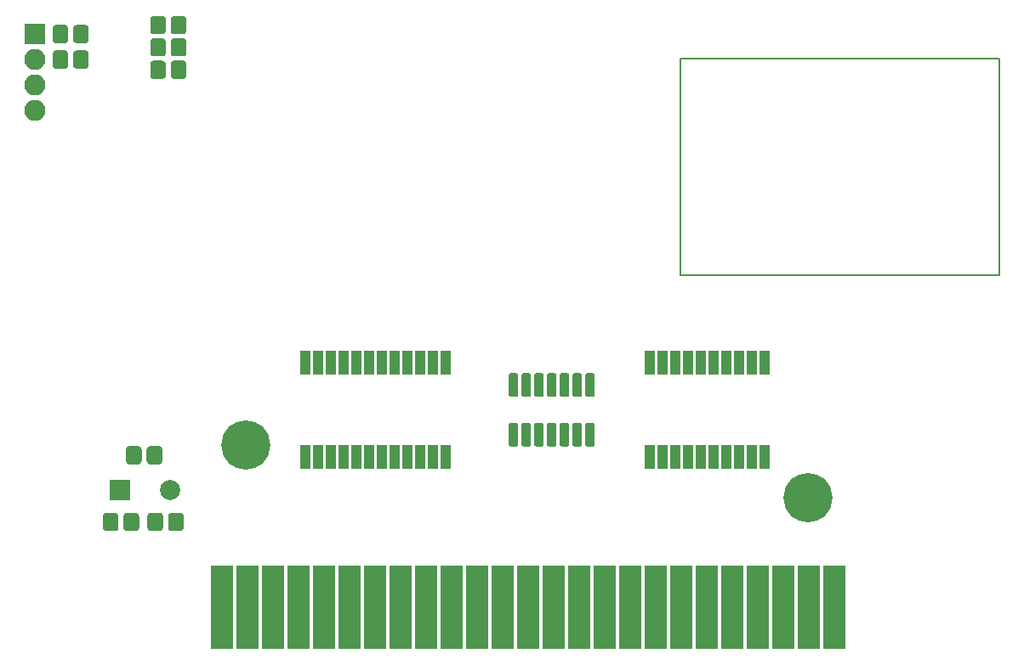
<source format=gbr>
G04 #@! TF.GenerationSoftware,KiCad,Pcbnew,5.1.5+dfsg1-2*
G04 #@! TF.CreationDate,2020-04-06T18:03:34-07:00*
G04 #@! TF.ProjectId,rpmpv1,72706d70-7631-42e6-9b69-6361645f7063,rev?*
G04 #@! TF.SameCoordinates,Original*
G04 #@! TF.FileFunction,Soldermask,Bot*
G04 #@! TF.FilePolarity,Negative*
%FSLAX46Y46*%
G04 Gerber Fmt 4.6, Leading zero omitted, Abs format (unit mm)*
G04 Created by KiCad (PCBNEW 5.1.5+dfsg1-2) date 2020-04-06 18:03:34*
%MOMM*%
%LPD*%
G04 APERTURE LIST*
%ADD10C,0.150000*%
%ADD11C,0.100000*%
%ADD12C,4.900000*%
%ADD13R,2.200000X8.400000*%
%ADD14R,1.000000X2.350000*%
%ADD15R,1.000000X2.400000*%
%ADD16R,2.100000X2.100000*%
%ADD17O,2.100000X2.100000*%
%ADD18R,2.000000X2.000000*%
%ADD19C,2.000000*%
G04 APERTURE END LIST*
D10*
X204343000Y-76708000D02*
X172593000Y-76708000D01*
X204343000Y-55118000D02*
X204343000Y-76708000D01*
X172593000Y-55118000D02*
X204343000Y-55118000D01*
X172593000Y-76708000D02*
X172593000Y-55118000D01*
D11*
G36*
X118397071Y-100447623D02*
G01*
X118429781Y-100452475D01*
X118461857Y-100460509D01*
X118492991Y-100471649D01*
X118522884Y-100485787D01*
X118551247Y-100502787D01*
X118577807Y-100522485D01*
X118602308Y-100544692D01*
X118624515Y-100569193D01*
X118644213Y-100595753D01*
X118661213Y-100624116D01*
X118675351Y-100654009D01*
X118686491Y-100685143D01*
X118694525Y-100717219D01*
X118699377Y-100749929D01*
X118701000Y-100782956D01*
X118701000Y-101909044D01*
X118699377Y-101942071D01*
X118694525Y-101974781D01*
X118686491Y-102006857D01*
X118675351Y-102037991D01*
X118661213Y-102067884D01*
X118644213Y-102096247D01*
X118624515Y-102122807D01*
X118602308Y-102147308D01*
X118577807Y-102169515D01*
X118551247Y-102189213D01*
X118522884Y-102206213D01*
X118492991Y-102220351D01*
X118461857Y-102231491D01*
X118429781Y-102239525D01*
X118397071Y-102244377D01*
X118364044Y-102246000D01*
X117487956Y-102246000D01*
X117454929Y-102244377D01*
X117422219Y-102239525D01*
X117390143Y-102231491D01*
X117359009Y-102220351D01*
X117329116Y-102206213D01*
X117300753Y-102189213D01*
X117274193Y-102169515D01*
X117249692Y-102147308D01*
X117227485Y-102122807D01*
X117207787Y-102096247D01*
X117190787Y-102067884D01*
X117176649Y-102037991D01*
X117165509Y-102006857D01*
X117157475Y-101974781D01*
X117152623Y-101942071D01*
X117151000Y-101909044D01*
X117151000Y-100782956D01*
X117152623Y-100749929D01*
X117157475Y-100717219D01*
X117165509Y-100685143D01*
X117176649Y-100654009D01*
X117190787Y-100624116D01*
X117207787Y-100595753D01*
X117227485Y-100569193D01*
X117249692Y-100544692D01*
X117274193Y-100522485D01*
X117300753Y-100502787D01*
X117329116Y-100485787D01*
X117359009Y-100471649D01*
X117390143Y-100460509D01*
X117422219Y-100452475D01*
X117454929Y-100447623D01*
X117487956Y-100446000D01*
X118364044Y-100446000D01*
X118397071Y-100447623D01*
G37*
G36*
X116347071Y-100447623D02*
G01*
X116379781Y-100452475D01*
X116411857Y-100460509D01*
X116442991Y-100471649D01*
X116472884Y-100485787D01*
X116501247Y-100502787D01*
X116527807Y-100522485D01*
X116552308Y-100544692D01*
X116574515Y-100569193D01*
X116594213Y-100595753D01*
X116611213Y-100624116D01*
X116625351Y-100654009D01*
X116636491Y-100685143D01*
X116644525Y-100717219D01*
X116649377Y-100749929D01*
X116651000Y-100782956D01*
X116651000Y-101909044D01*
X116649377Y-101942071D01*
X116644525Y-101974781D01*
X116636491Y-102006857D01*
X116625351Y-102037991D01*
X116611213Y-102067884D01*
X116594213Y-102096247D01*
X116574515Y-102122807D01*
X116552308Y-102147308D01*
X116527807Y-102169515D01*
X116501247Y-102189213D01*
X116472884Y-102206213D01*
X116442991Y-102220351D01*
X116411857Y-102231491D01*
X116379781Y-102239525D01*
X116347071Y-102244377D01*
X116314044Y-102246000D01*
X115437956Y-102246000D01*
X115404929Y-102244377D01*
X115372219Y-102239525D01*
X115340143Y-102231491D01*
X115309009Y-102220351D01*
X115279116Y-102206213D01*
X115250753Y-102189213D01*
X115224193Y-102169515D01*
X115199692Y-102147308D01*
X115177485Y-102122807D01*
X115157787Y-102096247D01*
X115140787Y-102067884D01*
X115126649Y-102037991D01*
X115115509Y-102006857D01*
X115107475Y-101974781D01*
X115102623Y-101942071D01*
X115101000Y-101909044D01*
X115101000Y-100782956D01*
X115102623Y-100749929D01*
X115107475Y-100717219D01*
X115115509Y-100685143D01*
X115126649Y-100654009D01*
X115140787Y-100624116D01*
X115157787Y-100595753D01*
X115177485Y-100569193D01*
X115199692Y-100544692D01*
X115224193Y-100522485D01*
X115250753Y-100502787D01*
X115279116Y-100485787D01*
X115309009Y-100471649D01*
X115340143Y-100460509D01*
X115372219Y-100452475D01*
X115404929Y-100447623D01*
X115437956Y-100446000D01*
X116314044Y-100446000D01*
X116347071Y-100447623D01*
G37*
G36*
X123098071Y-50917623D02*
G01*
X123130781Y-50922475D01*
X123162857Y-50930509D01*
X123193991Y-50941649D01*
X123223884Y-50955787D01*
X123252247Y-50972787D01*
X123278807Y-50992485D01*
X123303308Y-51014692D01*
X123325515Y-51039193D01*
X123345213Y-51065753D01*
X123362213Y-51094116D01*
X123376351Y-51124009D01*
X123387491Y-51155143D01*
X123395525Y-51187219D01*
X123400377Y-51219929D01*
X123402000Y-51252956D01*
X123402000Y-52379044D01*
X123400377Y-52412071D01*
X123395525Y-52444781D01*
X123387491Y-52476857D01*
X123376351Y-52507991D01*
X123362213Y-52537884D01*
X123345213Y-52566247D01*
X123325515Y-52592807D01*
X123303308Y-52617308D01*
X123278807Y-52639515D01*
X123252247Y-52659213D01*
X123223884Y-52676213D01*
X123193991Y-52690351D01*
X123162857Y-52701491D01*
X123130781Y-52709525D01*
X123098071Y-52714377D01*
X123065044Y-52716000D01*
X122188956Y-52716000D01*
X122155929Y-52714377D01*
X122123219Y-52709525D01*
X122091143Y-52701491D01*
X122060009Y-52690351D01*
X122030116Y-52676213D01*
X122001753Y-52659213D01*
X121975193Y-52639515D01*
X121950692Y-52617308D01*
X121928485Y-52592807D01*
X121908787Y-52566247D01*
X121891787Y-52537884D01*
X121877649Y-52507991D01*
X121866509Y-52476857D01*
X121858475Y-52444781D01*
X121853623Y-52412071D01*
X121852000Y-52379044D01*
X121852000Y-51252956D01*
X121853623Y-51219929D01*
X121858475Y-51187219D01*
X121866509Y-51155143D01*
X121877649Y-51124009D01*
X121891787Y-51094116D01*
X121908787Y-51065753D01*
X121928485Y-51039193D01*
X121950692Y-51014692D01*
X121975193Y-50992485D01*
X122001753Y-50972787D01*
X122030116Y-50955787D01*
X122060009Y-50941649D01*
X122091143Y-50930509D01*
X122123219Y-50922475D01*
X122155929Y-50917623D01*
X122188956Y-50916000D01*
X123065044Y-50916000D01*
X123098071Y-50917623D01*
G37*
G36*
X121048071Y-50917623D02*
G01*
X121080781Y-50922475D01*
X121112857Y-50930509D01*
X121143991Y-50941649D01*
X121173884Y-50955787D01*
X121202247Y-50972787D01*
X121228807Y-50992485D01*
X121253308Y-51014692D01*
X121275515Y-51039193D01*
X121295213Y-51065753D01*
X121312213Y-51094116D01*
X121326351Y-51124009D01*
X121337491Y-51155143D01*
X121345525Y-51187219D01*
X121350377Y-51219929D01*
X121352000Y-51252956D01*
X121352000Y-52379044D01*
X121350377Y-52412071D01*
X121345525Y-52444781D01*
X121337491Y-52476857D01*
X121326351Y-52507991D01*
X121312213Y-52537884D01*
X121295213Y-52566247D01*
X121275515Y-52592807D01*
X121253308Y-52617308D01*
X121228807Y-52639515D01*
X121202247Y-52659213D01*
X121173884Y-52676213D01*
X121143991Y-52690351D01*
X121112857Y-52701491D01*
X121080781Y-52709525D01*
X121048071Y-52714377D01*
X121015044Y-52716000D01*
X120138956Y-52716000D01*
X120105929Y-52714377D01*
X120073219Y-52709525D01*
X120041143Y-52701491D01*
X120010009Y-52690351D01*
X119980116Y-52676213D01*
X119951753Y-52659213D01*
X119925193Y-52639515D01*
X119900692Y-52617308D01*
X119878485Y-52592807D01*
X119858787Y-52566247D01*
X119841787Y-52537884D01*
X119827649Y-52507991D01*
X119816509Y-52476857D01*
X119808475Y-52444781D01*
X119803623Y-52412071D01*
X119802000Y-52379044D01*
X119802000Y-51252956D01*
X119803623Y-51219929D01*
X119808475Y-51187219D01*
X119816509Y-51155143D01*
X119827649Y-51124009D01*
X119841787Y-51094116D01*
X119858787Y-51065753D01*
X119878485Y-51039193D01*
X119900692Y-51014692D01*
X119925193Y-50992485D01*
X119951753Y-50972787D01*
X119980116Y-50955787D01*
X120010009Y-50941649D01*
X120041143Y-50930509D01*
X120073219Y-50922475D01*
X120105929Y-50917623D01*
X120138956Y-50916000D01*
X121015044Y-50916000D01*
X121048071Y-50917623D01*
G37*
G36*
X123098071Y-53140123D02*
G01*
X123130781Y-53144975D01*
X123162857Y-53153009D01*
X123193991Y-53164149D01*
X123223884Y-53178287D01*
X123252247Y-53195287D01*
X123278807Y-53214985D01*
X123303308Y-53237192D01*
X123325515Y-53261693D01*
X123345213Y-53288253D01*
X123362213Y-53316616D01*
X123376351Y-53346509D01*
X123387491Y-53377643D01*
X123395525Y-53409719D01*
X123400377Y-53442429D01*
X123402000Y-53475456D01*
X123402000Y-54601544D01*
X123400377Y-54634571D01*
X123395525Y-54667281D01*
X123387491Y-54699357D01*
X123376351Y-54730491D01*
X123362213Y-54760384D01*
X123345213Y-54788747D01*
X123325515Y-54815307D01*
X123303308Y-54839808D01*
X123278807Y-54862015D01*
X123252247Y-54881713D01*
X123223884Y-54898713D01*
X123193991Y-54912851D01*
X123162857Y-54923991D01*
X123130781Y-54932025D01*
X123098071Y-54936877D01*
X123065044Y-54938500D01*
X122188956Y-54938500D01*
X122155929Y-54936877D01*
X122123219Y-54932025D01*
X122091143Y-54923991D01*
X122060009Y-54912851D01*
X122030116Y-54898713D01*
X122001753Y-54881713D01*
X121975193Y-54862015D01*
X121950692Y-54839808D01*
X121928485Y-54815307D01*
X121908787Y-54788747D01*
X121891787Y-54760384D01*
X121877649Y-54730491D01*
X121866509Y-54699357D01*
X121858475Y-54667281D01*
X121853623Y-54634571D01*
X121852000Y-54601544D01*
X121852000Y-53475456D01*
X121853623Y-53442429D01*
X121858475Y-53409719D01*
X121866509Y-53377643D01*
X121877649Y-53346509D01*
X121891787Y-53316616D01*
X121908787Y-53288253D01*
X121928485Y-53261693D01*
X121950692Y-53237192D01*
X121975193Y-53214985D01*
X122001753Y-53195287D01*
X122030116Y-53178287D01*
X122060009Y-53164149D01*
X122091143Y-53153009D01*
X122123219Y-53144975D01*
X122155929Y-53140123D01*
X122188956Y-53138500D01*
X123065044Y-53138500D01*
X123098071Y-53140123D01*
G37*
G36*
X121048071Y-53140123D02*
G01*
X121080781Y-53144975D01*
X121112857Y-53153009D01*
X121143991Y-53164149D01*
X121173884Y-53178287D01*
X121202247Y-53195287D01*
X121228807Y-53214985D01*
X121253308Y-53237192D01*
X121275515Y-53261693D01*
X121295213Y-53288253D01*
X121312213Y-53316616D01*
X121326351Y-53346509D01*
X121337491Y-53377643D01*
X121345525Y-53409719D01*
X121350377Y-53442429D01*
X121352000Y-53475456D01*
X121352000Y-54601544D01*
X121350377Y-54634571D01*
X121345525Y-54667281D01*
X121337491Y-54699357D01*
X121326351Y-54730491D01*
X121312213Y-54760384D01*
X121295213Y-54788747D01*
X121275515Y-54815307D01*
X121253308Y-54839808D01*
X121228807Y-54862015D01*
X121202247Y-54881713D01*
X121173884Y-54898713D01*
X121143991Y-54912851D01*
X121112857Y-54923991D01*
X121080781Y-54932025D01*
X121048071Y-54936877D01*
X121015044Y-54938500D01*
X120138956Y-54938500D01*
X120105929Y-54936877D01*
X120073219Y-54932025D01*
X120041143Y-54923991D01*
X120010009Y-54912851D01*
X119980116Y-54898713D01*
X119951753Y-54881713D01*
X119925193Y-54862015D01*
X119900692Y-54839808D01*
X119878485Y-54815307D01*
X119858787Y-54788747D01*
X119841787Y-54760384D01*
X119827649Y-54730491D01*
X119816509Y-54699357D01*
X119808475Y-54667281D01*
X119803623Y-54634571D01*
X119802000Y-54601544D01*
X119802000Y-53475456D01*
X119803623Y-53442429D01*
X119808475Y-53409719D01*
X119816509Y-53377643D01*
X119827649Y-53346509D01*
X119841787Y-53316616D01*
X119858787Y-53288253D01*
X119878485Y-53261693D01*
X119900692Y-53237192D01*
X119925193Y-53214985D01*
X119951753Y-53195287D01*
X119980116Y-53178287D01*
X120010009Y-53164149D01*
X120041143Y-53153009D01*
X120073219Y-53144975D01*
X120105929Y-53140123D01*
X120138956Y-53138500D01*
X121015044Y-53138500D01*
X121048071Y-53140123D01*
G37*
G36*
X123098071Y-55362623D02*
G01*
X123130781Y-55367475D01*
X123162857Y-55375509D01*
X123193991Y-55386649D01*
X123223884Y-55400787D01*
X123252247Y-55417787D01*
X123278807Y-55437485D01*
X123303308Y-55459692D01*
X123325515Y-55484193D01*
X123345213Y-55510753D01*
X123362213Y-55539116D01*
X123376351Y-55569009D01*
X123387491Y-55600143D01*
X123395525Y-55632219D01*
X123400377Y-55664929D01*
X123402000Y-55697956D01*
X123402000Y-56824044D01*
X123400377Y-56857071D01*
X123395525Y-56889781D01*
X123387491Y-56921857D01*
X123376351Y-56952991D01*
X123362213Y-56982884D01*
X123345213Y-57011247D01*
X123325515Y-57037807D01*
X123303308Y-57062308D01*
X123278807Y-57084515D01*
X123252247Y-57104213D01*
X123223884Y-57121213D01*
X123193991Y-57135351D01*
X123162857Y-57146491D01*
X123130781Y-57154525D01*
X123098071Y-57159377D01*
X123065044Y-57161000D01*
X122188956Y-57161000D01*
X122155929Y-57159377D01*
X122123219Y-57154525D01*
X122091143Y-57146491D01*
X122060009Y-57135351D01*
X122030116Y-57121213D01*
X122001753Y-57104213D01*
X121975193Y-57084515D01*
X121950692Y-57062308D01*
X121928485Y-57037807D01*
X121908787Y-57011247D01*
X121891787Y-56982884D01*
X121877649Y-56952991D01*
X121866509Y-56921857D01*
X121858475Y-56889781D01*
X121853623Y-56857071D01*
X121852000Y-56824044D01*
X121852000Y-55697956D01*
X121853623Y-55664929D01*
X121858475Y-55632219D01*
X121866509Y-55600143D01*
X121877649Y-55569009D01*
X121891787Y-55539116D01*
X121908787Y-55510753D01*
X121928485Y-55484193D01*
X121950692Y-55459692D01*
X121975193Y-55437485D01*
X122001753Y-55417787D01*
X122030116Y-55400787D01*
X122060009Y-55386649D01*
X122091143Y-55375509D01*
X122123219Y-55367475D01*
X122155929Y-55362623D01*
X122188956Y-55361000D01*
X123065044Y-55361000D01*
X123098071Y-55362623D01*
G37*
G36*
X121048071Y-55362623D02*
G01*
X121080781Y-55367475D01*
X121112857Y-55375509D01*
X121143991Y-55386649D01*
X121173884Y-55400787D01*
X121202247Y-55417787D01*
X121228807Y-55437485D01*
X121253308Y-55459692D01*
X121275515Y-55484193D01*
X121295213Y-55510753D01*
X121312213Y-55539116D01*
X121326351Y-55569009D01*
X121337491Y-55600143D01*
X121345525Y-55632219D01*
X121350377Y-55664929D01*
X121352000Y-55697956D01*
X121352000Y-56824044D01*
X121350377Y-56857071D01*
X121345525Y-56889781D01*
X121337491Y-56921857D01*
X121326351Y-56952991D01*
X121312213Y-56982884D01*
X121295213Y-57011247D01*
X121275515Y-57037807D01*
X121253308Y-57062308D01*
X121228807Y-57084515D01*
X121202247Y-57104213D01*
X121173884Y-57121213D01*
X121143991Y-57135351D01*
X121112857Y-57146491D01*
X121080781Y-57154525D01*
X121048071Y-57159377D01*
X121015044Y-57161000D01*
X120138956Y-57161000D01*
X120105929Y-57159377D01*
X120073219Y-57154525D01*
X120041143Y-57146491D01*
X120010009Y-57135351D01*
X119980116Y-57121213D01*
X119951753Y-57104213D01*
X119925193Y-57084515D01*
X119900692Y-57062308D01*
X119878485Y-57037807D01*
X119858787Y-57011247D01*
X119841787Y-56982884D01*
X119827649Y-56952991D01*
X119816509Y-56921857D01*
X119808475Y-56889781D01*
X119803623Y-56857071D01*
X119802000Y-56824044D01*
X119802000Y-55697956D01*
X119803623Y-55664929D01*
X119808475Y-55632219D01*
X119816509Y-55600143D01*
X119827649Y-55569009D01*
X119841787Y-55539116D01*
X119858787Y-55510753D01*
X119878485Y-55484193D01*
X119900692Y-55459692D01*
X119925193Y-55437485D01*
X119951753Y-55417787D01*
X119980116Y-55400787D01*
X120010009Y-55386649D01*
X120041143Y-55375509D01*
X120073219Y-55367475D01*
X120105929Y-55362623D01*
X120138956Y-55361000D01*
X121015044Y-55361000D01*
X121048071Y-55362623D01*
G37*
G36*
X122824071Y-100447623D02*
G01*
X122856781Y-100452475D01*
X122888857Y-100460509D01*
X122919991Y-100471649D01*
X122949884Y-100485787D01*
X122978247Y-100502787D01*
X123004807Y-100522485D01*
X123029308Y-100544692D01*
X123051515Y-100569193D01*
X123071213Y-100595753D01*
X123088213Y-100624116D01*
X123102351Y-100654009D01*
X123113491Y-100685143D01*
X123121525Y-100717219D01*
X123126377Y-100749929D01*
X123128000Y-100782956D01*
X123128000Y-101909044D01*
X123126377Y-101942071D01*
X123121525Y-101974781D01*
X123113491Y-102006857D01*
X123102351Y-102037991D01*
X123088213Y-102067884D01*
X123071213Y-102096247D01*
X123051515Y-102122807D01*
X123029308Y-102147308D01*
X123004807Y-102169515D01*
X122978247Y-102189213D01*
X122949884Y-102206213D01*
X122919991Y-102220351D01*
X122888857Y-102231491D01*
X122856781Y-102239525D01*
X122824071Y-102244377D01*
X122791044Y-102246000D01*
X121914956Y-102246000D01*
X121881929Y-102244377D01*
X121849219Y-102239525D01*
X121817143Y-102231491D01*
X121786009Y-102220351D01*
X121756116Y-102206213D01*
X121727753Y-102189213D01*
X121701193Y-102169515D01*
X121676692Y-102147308D01*
X121654485Y-102122807D01*
X121634787Y-102096247D01*
X121617787Y-102067884D01*
X121603649Y-102037991D01*
X121592509Y-102006857D01*
X121584475Y-101974781D01*
X121579623Y-101942071D01*
X121578000Y-101909044D01*
X121578000Y-100782956D01*
X121579623Y-100749929D01*
X121584475Y-100717219D01*
X121592509Y-100685143D01*
X121603649Y-100654009D01*
X121617787Y-100624116D01*
X121634787Y-100595753D01*
X121654485Y-100569193D01*
X121676692Y-100544692D01*
X121701193Y-100522485D01*
X121727753Y-100502787D01*
X121756116Y-100485787D01*
X121786009Y-100471649D01*
X121817143Y-100460509D01*
X121849219Y-100452475D01*
X121881929Y-100447623D01*
X121914956Y-100446000D01*
X122791044Y-100446000D01*
X122824071Y-100447623D01*
G37*
G36*
X120774071Y-100447623D02*
G01*
X120806781Y-100452475D01*
X120838857Y-100460509D01*
X120869991Y-100471649D01*
X120899884Y-100485787D01*
X120928247Y-100502787D01*
X120954807Y-100522485D01*
X120979308Y-100544692D01*
X121001515Y-100569193D01*
X121021213Y-100595753D01*
X121038213Y-100624116D01*
X121052351Y-100654009D01*
X121063491Y-100685143D01*
X121071525Y-100717219D01*
X121076377Y-100749929D01*
X121078000Y-100782956D01*
X121078000Y-101909044D01*
X121076377Y-101942071D01*
X121071525Y-101974781D01*
X121063491Y-102006857D01*
X121052351Y-102037991D01*
X121038213Y-102067884D01*
X121021213Y-102096247D01*
X121001515Y-102122807D01*
X120979308Y-102147308D01*
X120954807Y-102169515D01*
X120928247Y-102189213D01*
X120899884Y-102206213D01*
X120869991Y-102220351D01*
X120838857Y-102231491D01*
X120806781Y-102239525D01*
X120774071Y-102244377D01*
X120741044Y-102246000D01*
X119864956Y-102246000D01*
X119831929Y-102244377D01*
X119799219Y-102239525D01*
X119767143Y-102231491D01*
X119736009Y-102220351D01*
X119706116Y-102206213D01*
X119677753Y-102189213D01*
X119651193Y-102169515D01*
X119626692Y-102147308D01*
X119604485Y-102122807D01*
X119584787Y-102096247D01*
X119567787Y-102067884D01*
X119553649Y-102037991D01*
X119542509Y-102006857D01*
X119534475Y-101974781D01*
X119529623Y-101942071D01*
X119528000Y-101909044D01*
X119528000Y-100782956D01*
X119529623Y-100749929D01*
X119534475Y-100717219D01*
X119542509Y-100685143D01*
X119553649Y-100654009D01*
X119567787Y-100624116D01*
X119584787Y-100595753D01*
X119604485Y-100569193D01*
X119626692Y-100544692D01*
X119651193Y-100522485D01*
X119677753Y-100502787D01*
X119706116Y-100485787D01*
X119736009Y-100471649D01*
X119767143Y-100460509D01*
X119799219Y-100452475D01*
X119831929Y-100447623D01*
X119864956Y-100446000D01*
X120741044Y-100446000D01*
X120774071Y-100447623D01*
G37*
G36*
X120698071Y-93792823D02*
G01*
X120730781Y-93797675D01*
X120762857Y-93805709D01*
X120793991Y-93816849D01*
X120823884Y-93830987D01*
X120852247Y-93847987D01*
X120878807Y-93867685D01*
X120903308Y-93889892D01*
X120925515Y-93914393D01*
X120945213Y-93940953D01*
X120962213Y-93969316D01*
X120976351Y-93999209D01*
X120987491Y-94030343D01*
X120995525Y-94062419D01*
X121000377Y-94095129D01*
X121002000Y-94128156D01*
X121002000Y-95254244D01*
X121000377Y-95287271D01*
X120995525Y-95319981D01*
X120987491Y-95352057D01*
X120976351Y-95383191D01*
X120962213Y-95413084D01*
X120945213Y-95441447D01*
X120925515Y-95468007D01*
X120903308Y-95492508D01*
X120878807Y-95514715D01*
X120852247Y-95534413D01*
X120823884Y-95551413D01*
X120793991Y-95565551D01*
X120762857Y-95576691D01*
X120730781Y-95584725D01*
X120698071Y-95589577D01*
X120665044Y-95591200D01*
X119788956Y-95591200D01*
X119755929Y-95589577D01*
X119723219Y-95584725D01*
X119691143Y-95576691D01*
X119660009Y-95565551D01*
X119630116Y-95551413D01*
X119601753Y-95534413D01*
X119575193Y-95514715D01*
X119550692Y-95492508D01*
X119528485Y-95468007D01*
X119508787Y-95441447D01*
X119491787Y-95413084D01*
X119477649Y-95383191D01*
X119466509Y-95352057D01*
X119458475Y-95319981D01*
X119453623Y-95287271D01*
X119452000Y-95254244D01*
X119452000Y-94128156D01*
X119453623Y-94095129D01*
X119458475Y-94062419D01*
X119466509Y-94030343D01*
X119477649Y-93999209D01*
X119491787Y-93969316D01*
X119508787Y-93940953D01*
X119528485Y-93914393D01*
X119550692Y-93889892D01*
X119575193Y-93867685D01*
X119601753Y-93847987D01*
X119630116Y-93830987D01*
X119660009Y-93816849D01*
X119691143Y-93805709D01*
X119723219Y-93797675D01*
X119755929Y-93792823D01*
X119788956Y-93791200D01*
X120665044Y-93791200D01*
X120698071Y-93792823D01*
G37*
G36*
X118648071Y-93792823D02*
G01*
X118680781Y-93797675D01*
X118712857Y-93805709D01*
X118743991Y-93816849D01*
X118773884Y-93830987D01*
X118802247Y-93847987D01*
X118828807Y-93867685D01*
X118853308Y-93889892D01*
X118875515Y-93914393D01*
X118895213Y-93940953D01*
X118912213Y-93969316D01*
X118926351Y-93999209D01*
X118937491Y-94030343D01*
X118945525Y-94062419D01*
X118950377Y-94095129D01*
X118952000Y-94128156D01*
X118952000Y-95254244D01*
X118950377Y-95287271D01*
X118945525Y-95319981D01*
X118937491Y-95352057D01*
X118926351Y-95383191D01*
X118912213Y-95413084D01*
X118895213Y-95441447D01*
X118875515Y-95468007D01*
X118853308Y-95492508D01*
X118828807Y-95514715D01*
X118802247Y-95534413D01*
X118773884Y-95551413D01*
X118743991Y-95565551D01*
X118712857Y-95576691D01*
X118680781Y-95584725D01*
X118648071Y-95589577D01*
X118615044Y-95591200D01*
X117738956Y-95591200D01*
X117705929Y-95589577D01*
X117673219Y-95584725D01*
X117641143Y-95576691D01*
X117610009Y-95565551D01*
X117580116Y-95551413D01*
X117551753Y-95534413D01*
X117525193Y-95514715D01*
X117500692Y-95492508D01*
X117478485Y-95468007D01*
X117458787Y-95441447D01*
X117441787Y-95413084D01*
X117427649Y-95383191D01*
X117416509Y-95352057D01*
X117408475Y-95319981D01*
X117403623Y-95287271D01*
X117402000Y-95254244D01*
X117402000Y-94128156D01*
X117403623Y-94095129D01*
X117408475Y-94062419D01*
X117416509Y-94030343D01*
X117427649Y-93999209D01*
X117441787Y-93969316D01*
X117458787Y-93940953D01*
X117478485Y-93914393D01*
X117500692Y-93889892D01*
X117525193Y-93867685D01*
X117551753Y-93847987D01*
X117580116Y-93830987D01*
X117610009Y-93816849D01*
X117641143Y-93805709D01*
X117673219Y-93797675D01*
X117705929Y-93792823D01*
X117738956Y-93791200D01*
X118615044Y-93791200D01*
X118648071Y-93792823D01*
G37*
D12*
X185323640Y-98897440D03*
D13*
X187939840Y-109827440D03*
X185399840Y-109827440D03*
X182859840Y-109827440D03*
X180319840Y-109827440D03*
X177779840Y-109827440D03*
X175239840Y-109827440D03*
X172699840Y-109827440D03*
X170159840Y-109827440D03*
X167619840Y-109827440D03*
X165079840Y-109827440D03*
X162539840Y-109827440D03*
X159999840Y-109827440D03*
X157459840Y-109827440D03*
X154919840Y-109827440D03*
X152379840Y-109827440D03*
X149839840Y-109827440D03*
X147299840Y-109827440D03*
X144759840Y-109827440D03*
X142219840Y-109827440D03*
X139679840Y-109827440D03*
X137139840Y-109827440D03*
X134599840Y-109827440D03*
X132059840Y-109827440D03*
X129519840Y-109827440D03*
X126979840Y-109827440D03*
D12*
X129324260Y-93695520D03*
D14*
X180975000Y-94870000D03*
X179705000Y-94870000D03*
X178435000Y-94870000D03*
X177165000Y-94870000D03*
X175895000Y-94870000D03*
X174625000Y-94870000D03*
X173355000Y-94870000D03*
X172085000Y-94870000D03*
X170815000Y-94870000D03*
X169545000Y-94870000D03*
X169545000Y-85470000D03*
X170815000Y-85470000D03*
X172085000Y-85470000D03*
X173355000Y-85470000D03*
X174625000Y-85470000D03*
X175895000Y-85470000D03*
X177165000Y-85470000D03*
X178435000Y-85470000D03*
X179705000Y-85470000D03*
X180975000Y-85470000D03*
D15*
X149225000Y-94870000D03*
X147955000Y-94870000D03*
X146685000Y-94870000D03*
X145415000Y-94870000D03*
X144145000Y-94870000D03*
X142875000Y-94870000D03*
X141605000Y-94870000D03*
X140335000Y-94870000D03*
X139065000Y-94870000D03*
X137795000Y-94870000D03*
X136525000Y-94870000D03*
X135255000Y-94870000D03*
X135255000Y-85470000D03*
X136525000Y-85470000D03*
X137795000Y-85470000D03*
X139065000Y-85470000D03*
X140335000Y-85470000D03*
X141605000Y-85470000D03*
X142875000Y-85470000D03*
X144145000Y-85470000D03*
X145415000Y-85470000D03*
X146685000Y-85470000D03*
X147955000Y-85470000D03*
X149225000Y-85470000D03*
D16*
X108331000Y-52705000D03*
D17*
X108331000Y-55245000D03*
X108331000Y-57785000D03*
X108331000Y-60325000D03*
D11*
G36*
X163850504Y-91471204D02*
G01*
X163874773Y-91474804D01*
X163898571Y-91480765D01*
X163921671Y-91489030D01*
X163943849Y-91499520D01*
X163964893Y-91512133D01*
X163984598Y-91526747D01*
X164002777Y-91543223D01*
X164019253Y-91561402D01*
X164033867Y-91581107D01*
X164046480Y-91602151D01*
X164056970Y-91624329D01*
X164065235Y-91647429D01*
X164071196Y-91671227D01*
X164074796Y-91695496D01*
X164076000Y-91720000D01*
X164076000Y-93570000D01*
X164074796Y-93594504D01*
X164071196Y-93618773D01*
X164065235Y-93642571D01*
X164056970Y-93665671D01*
X164046480Y-93687849D01*
X164033867Y-93708893D01*
X164019253Y-93728598D01*
X164002777Y-93746777D01*
X163984598Y-93763253D01*
X163964893Y-93777867D01*
X163943849Y-93790480D01*
X163921671Y-93800970D01*
X163898571Y-93809235D01*
X163874773Y-93815196D01*
X163850504Y-93818796D01*
X163826000Y-93820000D01*
X163326000Y-93820000D01*
X163301496Y-93818796D01*
X163277227Y-93815196D01*
X163253429Y-93809235D01*
X163230329Y-93800970D01*
X163208151Y-93790480D01*
X163187107Y-93777867D01*
X163167402Y-93763253D01*
X163149223Y-93746777D01*
X163132747Y-93728598D01*
X163118133Y-93708893D01*
X163105520Y-93687849D01*
X163095030Y-93665671D01*
X163086765Y-93642571D01*
X163080804Y-93618773D01*
X163077204Y-93594504D01*
X163076000Y-93570000D01*
X163076000Y-91720000D01*
X163077204Y-91695496D01*
X163080804Y-91671227D01*
X163086765Y-91647429D01*
X163095030Y-91624329D01*
X163105520Y-91602151D01*
X163118133Y-91581107D01*
X163132747Y-91561402D01*
X163149223Y-91543223D01*
X163167402Y-91526747D01*
X163187107Y-91512133D01*
X163208151Y-91499520D01*
X163230329Y-91489030D01*
X163253429Y-91480765D01*
X163277227Y-91474804D01*
X163301496Y-91471204D01*
X163326000Y-91470000D01*
X163826000Y-91470000D01*
X163850504Y-91471204D01*
G37*
G36*
X162580504Y-91471204D02*
G01*
X162604773Y-91474804D01*
X162628571Y-91480765D01*
X162651671Y-91489030D01*
X162673849Y-91499520D01*
X162694893Y-91512133D01*
X162714598Y-91526747D01*
X162732777Y-91543223D01*
X162749253Y-91561402D01*
X162763867Y-91581107D01*
X162776480Y-91602151D01*
X162786970Y-91624329D01*
X162795235Y-91647429D01*
X162801196Y-91671227D01*
X162804796Y-91695496D01*
X162806000Y-91720000D01*
X162806000Y-93570000D01*
X162804796Y-93594504D01*
X162801196Y-93618773D01*
X162795235Y-93642571D01*
X162786970Y-93665671D01*
X162776480Y-93687849D01*
X162763867Y-93708893D01*
X162749253Y-93728598D01*
X162732777Y-93746777D01*
X162714598Y-93763253D01*
X162694893Y-93777867D01*
X162673849Y-93790480D01*
X162651671Y-93800970D01*
X162628571Y-93809235D01*
X162604773Y-93815196D01*
X162580504Y-93818796D01*
X162556000Y-93820000D01*
X162056000Y-93820000D01*
X162031496Y-93818796D01*
X162007227Y-93815196D01*
X161983429Y-93809235D01*
X161960329Y-93800970D01*
X161938151Y-93790480D01*
X161917107Y-93777867D01*
X161897402Y-93763253D01*
X161879223Y-93746777D01*
X161862747Y-93728598D01*
X161848133Y-93708893D01*
X161835520Y-93687849D01*
X161825030Y-93665671D01*
X161816765Y-93642571D01*
X161810804Y-93618773D01*
X161807204Y-93594504D01*
X161806000Y-93570000D01*
X161806000Y-91720000D01*
X161807204Y-91695496D01*
X161810804Y-91671227D01*
X161816765Y-91647429D01*
X161825030Y-91624329D01*
X161835520Y-91602151D01*
X161848133Y-91581107D01*
X161862747Y-91561402D01*
X161879223Y-91543223D01*
X161897402Y-91526747D01*
X161917107Y-91512133D01*
X161938151Y-91499520D01*
X161960329Y-91489030D01*
X161983429Y-91480765D01*
X162007227Y-91474804D01*
X162031496Y-91471204D01*
X162056000Y-91470000D01*
X162556000Y-91470000D01*
X162580504Y-91471204D01*
G37*
G36*
X161310504Y-91471204D02*
G01*
X161334773Y-91474804D01*
X161358571Y-91480765D01*
X161381671Y-91489030D01*
X161403849Y-91499520D01*
X161424893Y-91512133D01*
X161444598Y-91526747D01*
X161462777Y-91543223D01*
X161479253Y-91561402D01*
X161493867Y-91581107D01*
X161506480Y-91602151D01*
X161516970Y-91624329D01*
X161525235Y-91647429D01*
X161531196Y-91671227D01*
X161534796Y-91695496D01*
X161536000Y-91720000D01*
X161536000Y-93570000D01*
X161534796Y-93594504D01*
X161531196Y-93618773D01*
X161525235Y-93642571D01*
X161516970Y-93665671D01*
X161506480Y-93687849D01*
X161493867Y-93708893D01*
X161479253Y-93728598D01*
X161462777Y-93746777D01*
X161444598Y-93763253D01*
X161424893Y-93777867D01*
X161403849Y-93790480D01*
X161381671Y-93800970D01*
X161358571Y-93809235D01*
X161334773Y-93815196D01*
X161310504Y-93818796D01*
X161286000Y-93820000D01*
X160786000Y-93820000D01*
X160761496Y-93818796D01*
X160737227Y-93815196D01*
X160713429Y-93809235D01*
X160690329Y-93800970D01*
X160668151Y-93790480D01*
X160647107Y-93777867D01*
X160627402Y-93763253D01*
X160609223Y-93746777D01*
X160592747Y-93728598D01*
X160578133Y-93708893D01*
X160565520Y-93687849D01*
X160555030Y-93665671D01*
X160546765Y-93642571D01*
X160540804Y-93618773D01*
X160537204Y-93594504D01*
X160536000Y-93570000D01*
X160536000Y-91720000D01*
X160537204Y-91695496D01*
X160540804Y-91671227D01*
X160546765Y-91647429D01*
X160555030Y-91624329D01*
X160565520Y-91602151D01*
X160578133Y-91581107D01*
X160592747Y-91561402D01*
X160609223Y-91543223D01*
X160627402Y-91526747D01*
X160647107Y-91512133D01*
X160668151Y-91499520D01*
X160690329Y-91489030D01*
X160713429Y-91480765D01*
X160737227Y-91474804D01*
X160761496Y-91471204D01*
X160786000Y-91470000D01*
X161286000Y-91470000D01*
X161310504Y-91471204D01*
G37*
G36*
X160040504Y-91471204D02*
G01*
X160064773Y-91474804D01*
X160088571Y-91480765D01*
X160111671Y-91489030D01*
X160133849Y-91499520D01*
X160154893Y-91512133D01*
X160174598Y-91526747D01*
X160192777Y-91543223D01*
X160209253Y-91561402D01*
X160223867Y-91581107D01*
X160236480Y-91602151D01*
X160246970Y-91624329D01*
X160255235Y-91647429D01*
X160261196Y-91671227D01*
X160264796Y-91695496D01*
X160266000Y-91720000D01*
X160266000Y-93570000D01*
X160264796Y-93594504D01*
X160261196Y-93618773D01*
X160255235Y-93642571D01*
X160246970Y-93665671D01*
X160236480Y-93687849D01*
X160223867Y-93708893D01*
X160209253Y-93728598D01*
X160192777Y-93746777D01*
X160174598Y-93763253D01*
X160154893Y-93777867D01*
X160133849Y-93790480D01*
X160111671Y-93800970D01*
X160088571Y-93809235D01*
X160064773Y-93815196D01*
X160040504Y-93818796D01*
X160016000Y-93820000D01*
X159516000Y-93820000D01*
X159491496Y-93818796D01*
X159467227Y-93815196D01*
X159443429Y-93809235D01*
X159420329Y-93800970D01*
X159398151Y-93790480D01*
X159377107Y-93777867D01*
X159357402Y-93763253D01*
X159339223Y-93746777D01*
X159322747Y-93728598D01*
X159308133Y-93708893D01*
X159295520Y-93687849D01*
X159285030Y-93665671D01*
X159276765Y-93642571D01*
X159270804Y-93618773D01*
X159267204Y-93594504D01*
X159266000Y-93570000D01*
X159266000Y-91720000D01*
X159267204Y-91695496D01*
X159270804Y-91671227D01*
X159276765Y-91647429D01*
X159285030Y-91624329D01*
X159295520Y-91602151D01*
X159308133Y-91581107D01*
X159322747Y-91561402D01*
X159339223Y-91543223D01*
X159357402Y-91526747D01*
X159377107Y-91512133D01*
X159398151Y-91499520D01*
X159420329Y-91489030D01*
X159443429Y-91480765D01*
X159467227Y-91474804D01*
X159491496Y-91471204D01*
X159516000Y-91470000D01*
X160016000Y-91470000D01*
X160040504Y-91471204D01*
G37*
G36*
X158770504Y-91471204D02*
G01*
X158794773Y-91474804D01*
X158818571Y-91480765D01*
X158841671Y-91489030D01*
X158863849Y-91499520D01*
X158884893Y-91512133D01*
X158904598Y-91526747D01*
X158922777Y-91543223D01*
X158939253Y-91561402D01*
X158953867Y-91581107D01*
X158966480Y-91602151D01*
X158976970Y-91624329D01*
X158985235Y-91647429D01*
X158991196Y-91671227D01*
X158994796Y-91695496D01*
X158996000Y-91720000D01*
X158996000Y-93570000D01*
X158994796Y-93594504D01*
X158991196Y-93618773D01*
X158985235Y-93642571D01*
X158976970Y-93665671D01*
X158966480Y-93687849D01*
X158953867Y-93708893D01*
X158939253Y-93728598D01*
X158922777Y-93746777D01*
X158904598Y-93763253D01*
X158884893Y-93777867D01*
X158863849Y-93790480D01*
X158841671Y-93800970D01*
X158818571Y-93809235D01*
X158794773Y-93815196D01*
X158770504Y-93818796D01*
X158746000Y-93820000D01*
X158246000Y-93820000D01*
X158221496Y-93818796D01*
X158197227Y-93815196D01*
X158173429Y-93809235D01*
X158150329Y-93800970D01*
X158128151Y-93790480D01*
X158107107Y-93777867D01*
X158087402Y-93763253D01*
X158069223Y-93746777D01*
X158052747Y-93728598D01*
X158038133Y-93708893D01*
X158025520Y-93687849D01*
X158015030Y-93665671D01*
X158006765Y-93642571D01*
X158000804Y-93618773D01*
X157997204Y-93594504D01*
X157996000Y-93570000D01*
X157996000Y-91720000D01*
X157997204Y-91695496D01*
X158000804Y-91671227D01*
X158006765Y-91647429D01*
X158015030Y-91624329D01*
X158025520Y-91602151D01*
X158038133Y-91581107D01*
X158052747Y-91561402D01*
X158069223Y-91543223D01*
X158087402Y-91526747D01*
X158107107Y-91512133D01*
X158128151Y-91499520D01*
X158150329Y-91489030D01*
X158173429Y-91480765D01*
X158197227Y-91474804D01*
X158221496Y-91471204D01*
X158246000Y-91470000D01*
X158746000Y-91470000D01*
X158770504Y-91471204D01*
G37*
G36*
X157500504Y-91471204D02*
G01*
X157524773Y-91474804D01*
X157548571Y-91480765D01*
X157571671Y-91489030D01*
X157593849Y-91499520D01*
X157614893Y-91512133D01*
X157634598Y-91526747D01*
X157652777Y-91543223D01*
X157669253Y-91561402D01*
X157683867Y-91581107D01*
X157696480Y-91602151D01*
X157706970Y-91624329D01*
X157715235Y-91647429D01*
X157721196Y-91671227D01*
X157724796Y-91695496D01*
X157726000Y-91720000D01*
X157726000Y-93570000D01*
X157724796Y-93594504D01*
X157721196Y-93618773D01*
X157715235Y-93642571D01*
X157706970Y-93665671D01*
X157696480Y-93687849D01*
X157683867Y-93708893D01*
X157669253Y-93728598D01*
X157652777Y-93746777D01*
X157634598Y-93763253D01*
X157614893Y-93777867D01*
X157593849Y-93790480D01*
X157571671Y-93800970D01*
X157548571Y-93809235D01*
X157524773Y-93815196D01*
X157500504Y-93818796D01*
X157476000Y-93820000D01*
X156976000Y-93820000D01*
X156951496Y-93818796D01*
X156927227Y-93815196D01*
X156903429Y-93809235D01*
X156880329Y-93800970D01*
X156858151Y-93790480D01*
X156837107Y-93777867D01*
X156817402Y-93763253D01*
X156799223Y-93746777D01*
X156782747Y-93728598D01*
X156768133Y-93708893D01*
X156755520Y-93687849D01*
X156745030Y-93665671D01*
X156736765Y-93642571D01*
X156730804Y-93618773D01*
X156727204Y-93594504D01*
X156726000Y-93570000D01*
X156726000Y-91720000D01*
X156727204Y-91695496D01*
X156730804Y-91671227D01*
X156736765Y-91647429D01*
X156745030Y-91624329D01*
X156755520Y-91602151D01*
X156768133Y-91581107D01*
X156782747Y-91561402D01*
X156799223Y-91543223D01*
X156817402Y-91526747D01*
X156837107Y-91512133D01*
X156858151Y-91499520D01*
X156880329Y-91489030D01*
X156903429Y-91480765D01*
X156927227Y-91474804D01*
X156951496Y-91471204D01*
X156976000Y-91470000D01*
X157476000Y-91470000D01*
X157500504Y-91471204D01*
G37*
G36*
X156230504Y-91471204D02*
G01*
X156254773Y-91474804D01*
X156278571Y-91480765D01*
X156301671Y-91489030D01*
X156323849Y-91499520D01*
X156344893Y-91512133D01*
X156364598Y-91526747D01*
X156382777Y-91543223D01*
X156399253Y-91561402D01*
X156413867Y-91581107D01*
X156426480Y-91602151D01*
X156436970Y-91624329D01*
X156445235Y-91647429D01*
X156451196Y-91671227D01*
X156454796Y-91695496D01*
X156456000Y-91720000D01*
X156456000Y-93570000D01*
X156454796Y-93594504D01*
X156451196Y-93618773D01*
X156445235Y-93642571D01*
X156436970Y-93665671D01*
X156426480Y-93687849D01*
X156413867Y-93708893D01*
X156399253Y-93728598D01*
X156382777Y-93746777D01*
X156364598Y-93763253D01*
X156344893Y-93777867D01*
X156323849Y-93790480D01*
X156301671Y-93800970D01*
X156278571Y-93809235D01*
X156254773Y-93815196D01*
X156230504Y-93818796D01*
X156206000Y-93820000D01*
X155706000Y-93820000D01*
X155681496Y-93818796D01*
X155657227Y-93815196D01*
X155633429Y-93809235D01*
X155610329Y-93800970D01*
X155588151Y-93790480D01*
X155567107Y-93777867D01*
X155547402Y-93763253D01*
X155529223Y-93746777D01*
X155512747Y-93728598D01*
X155498133Y-93708893D01*
X155485520Y-93687849D01*
X155475030Y-93665671D01*
X155466765Y-93642571D01*
X155460804Y-93618773D01*
X155457204Y-93594504D01*
X155456000Y-93570000D01*
X155456000Y-91720000D01*
X155457204Y-91695496D01*
X155460804Y-91671227D01*
X155466765Y-91647429D01*
X155475030Y-91624329D01*
X155485520Y-91602151D01*
X155498133Y-91581107D01*
X155512747Y-91561402D01*
X155529223Y-91543223D01*
X155547402Y-91526747D01*
X155567107Y-91512133D01*
X155588151Y-91499520D01*
X155610329Y-91489030D01*
X155633429Y-91480765D01*
X155657227Y-91474804D01*
X155681496Y-91471204D01*
X155706000Y-91470000D01*
X156206000Y-91470000D01*
X156230504Y-91471204D01*
G37*
G36*
X156230504Y-86521204D02*
G01*
X156254773Y-86524804D01*
X156278571Y-86530765D01*
X156301671Y-86539030D01*
X156323849Y-86549520D01*
X156344893Y-86562133D01*
X156364598Y-86576747D01*
X156382777Y-86593223D01*
X156399253Y-86611402D01*
X156413867Y-86631107D01*
X156426480Y-86652151D01*
X156436970Y-86674329D01*
X156445235Y-86697429D01*
X156451196Y-86721227D01*
X156454796Y-86745496D01*
X156456000Y-86770000D01*
X156456000Y-88620000D01*
X156454796Y-88644504D01*
X156451196Y-88668773D01*
X156445235Y-88692571D01*
X156436970Y-88715671D01*
X156426480Y-88737849D01*
X156413867Y-88758893D01*
X156399253Y-88778598D01*
X156382777Y-88796777D01*
X156364598Y-88813253D01*
X156344893Y-88827867D01*
X156323849Y-88840480D01*
X156301671Y-88850970D01*
X156278571Y-88859235D01*
X156254773Y-88865196D01*
X156230504Y-88868796D01*
X156206000Y-88870000D01*
X155706000Y-88870000D01*
X155681496Y-88868796D01*
X155657227Y-88865196D01*
X155633429Y-88859235D01*
X155610329Y-88850970D01*
X155588151Y-88840480D01*
X155567107Y-88827867D01*
X155547402Y-88813253D01*
X155529223Y-88796777D01*
X155512747Y-88778598D01*
X155498133Y-88758893D01*
X155485520Y-88737849D01*
X155475030Y-88715671D01*
X155466765Y-88692571D01*
X155460804Y-88668773D01*
X155457204Y-88644504D01*
X155456000Y-88620000D01*
X155456000Y-86770000D01*
X155457204Y-86745496D01*
X155460804Y-86721227D01*
X155466765Y-86697429D01*
X155475030Y-86674329D01*
X155485520Y-86652151D01*
X155498133Y-86631107D01*
X155512747Y-86611402D01*
X155529223Y-86593223D01*
X155547402Y-86576747D01*
X155567107Y-86562133D01*
X155588151Y-86549520D01*
X155610329Y-86539030D01*
X155633429Y-86530765D01*
X155657227Y-86524804D01*
X155681496Y-86521204D01*
X155706000Y-86520000D01*
X156206000Y-86520000D01*
X156230504Y-86521204D01*
G37*
G36*
X157500504Y-86521204D02*
G01*
X157524773Y-86524804D01*
X157548571Y-86530765D01*
X157571671Y-86539030D01*
X157593849Y-86549520D01*
X157614893Y-86562133D01*
X157634598Y-86576747D01*
X157652777Y-86593223D01*
X157669253Y-86611402D01*
X157683867Y-86631107D01*
X157696480Y-86652151D01*
X157706970Y-86674329D01*
X157715235Y-86697429D01*
X157721196Y-86721227D01*
X157724796Y-86745496D01*
X157726000Y-86770000D01*
X157726000Y-88620000D01*
X157724796Y-88644504D01*
X157721196Y-88668773D01*
X157715235Y-88692571D01*
X157706970Y-88715671D01*
X157696480Y-88737849D01*
X157683867Y-88758893D01*
X157669253Y-88778598D01*
X157652777Y-88796777D01*
X157634598Y-88813253D01*
X157614893Y-88827867D01*
X157593849Y-88840480D01*
X157571671Y-88850970D01*
X157548571Y-88859235D01*
X157524773Y-88865196D01*
X157500504Y-88868796D01*
X157476000Y-88870000D01*
X156976000Y-88870000D01*
X156951496Y-88868796D01*
X156927227Y-88865196D01*
X156903429Y-88859235D01*
X156880329Y-88850970D01*
X156858151Y-88840480D01*
X156837107Y-88827867D01*
X156817402Y-88813253D01*
X156799223Y-88796777D01*
X156782747Y-88778598D01*
X156768133Y-88758893D01*
X156755520Y-88737849D01*
X156745030Y-88715671D01*
X156736765Y-88692571D01*
X156730804Y-88668773D01*
X156727204Y-88644504D01*
X156726000Y-88620000D01*
X156726000Y-86770000D01*
X156727204Y-86745496D01*
X156730804Y-86721227D01*
X156736765Y-86697429D01*
X156745030Y-86674329D01*
X156755520Y-86652151D01*
X156768133Y-86631107D01*
X156782747Y-86611402D01*
X156799223Y-86593223D01*
X156817402Y-86576747D01*
X156837107Y-86562133D01*
X156858151Y-86549520D01*
X156880329Y-86539030D01*
X156903429Y-86530765D01*
X156927227Y-86524804D01*
X156951496Y-86521204D01*
X156976000Y-86520000D01*
X157476000Y-86520000D01*
X157500504Y-86521204D01*
G37*
G36*
X158770504Y-86521204D02*
G01*
X158794773Y-86524804D01*
X158818571Y-86530765D01*
X158841671Y-86539030D01*
X158863849Y-86549520D01*
X158884893Y-86562133D01*
X158904598Y-86576747D01*
X158922777Y-86593223D01*
X158939253Y-86611402D01*
X158953867Y-86631107D01*
X158966480Y-86652151D01*
X158976970Y-86674329D01*
X158985235Y-86697429D01*
X158991196Y-86721227D01*
X158994796Y-86745496D01*
X158996000Y-86770000D01*
X158996000Y-88620000D01*
X158994796Y-88644504D01*
X158991196Y-88668773D01*
X158985235Y-88692571D01*
X158976970Y-88715671D01*
X158966480Y-88737849D01*
X158953867Y-88758893D01*
X158939253Y-88778598D01*
X158922777Y-88796777D01*
X158904598Y-88813253D01*
X158884893Y-88827867D01*
X158863849Y-88840480D01*
X158841671Y-88850970D01*
X158818571Y-88859235D01*
X158794773Y-88865196D01*
X158770504Y-88868796D01*
X158746000Y-88870000D01*
X158246000Y-88870000D01*
X158221496Y-88868796D01*
X158197227Y-88865196D01*
X158173429Y-88859235D01*
X158150329Y-88850970D01*
X158128151Y-88840480D01*
X158107107Y-88827867D01*
X158087402Y-88813253D01*
X158069223Y-88796777D01*
X158052747Y-88778598D01*
X158038133Y-88758893D01*
X158025520Y-88737849D01*
X158015030Y-88715671D01*
X158006765Y-88692571D01*
X158000804Y-88668773D01*
X157997204Y-88644504D01*
X157996000Y-88620000D01*
X157996000Y-86770000D01*
X157997204Y-86745496D01*
X158000804Y-86721227D01*
X158006765Y-86697429D01*
X158015030Y-86674329D01*
X158025520Y-86652151D01*
X158038133Y-86631107D01*
X158052747Y-86611402D01*
X158069223Y-86593223D01*
X158087402Y-86576747D01*
X158107107Y-86562133D01*
X158128151Y-86549520D01*
X158150329Y-86539030D01*
X158173429Y-86530765D01*
X158197227Y-86524804D01*
X158221496Y-86521204D01*
X158246000Y-86520000D01*
X158746000Y-86520000D01*
X158770504Y-86521204D01*
G37*
G36*
X160040504Y-86521204D02*
G01*
X160064773Y-86524804D01*
X160088571Y-86530765D01*
X160111671Y-86539030D01*
X160133849Y-86549520D01*
X160154893Y-86562133D01*
X160174598Y-86576747D01*
X160192777Y-86593223D01*
X160209253Y-86611402D01*
X160223867Y-86631107D01*
X160236480Y-86652151D01*
X160246970Y-86674329D01*
X160255235Y-86697429D01*
X160261196Y-86721227D01*
X160264796Y-86745496D01*
X160266000Y-86770000D01*
X160266000Y-88620000D01*
X160264796Y-88644504D01*
X160261196Y-88668773D01*
X160255235Y-88692571D01*
X160246970Y-88715671D01*
X160236480Y-88737849D01*
X160223867Y-88758893D01*
X160209253Y-88778598D01*
X160192777Y-88796777D01*
X160174598Y-88813253D01*
X160154893Y-88827867D01*
X160133849Y-88840480D01*
X160111671Y-88850970D01*
X160088571Y-88859235D01*
X160064773Y-88865196D01*
X160040504Y-88868796D01*
X160016000Y-88870000D01*
X159516000Y-88870000D01*
X159491496Y-88868796D01*
X159467227Y-88865196D01*
X159443429Y-88859235D01*
X159420329Y-88850970D01*
X159398151Y-88840480D01*
X159377107Y-88827867D01*
X159357402Y-88813253D01*
X159339223Y-88796777D01*
X159322747Y-88778598D01*
X159308133Y-88758893D01*
X159295520Y-88737849D01*
X159285030Y-88715671D01*
X159276765Y-88692571D01*
X159270804Y-88668773D01*
X159267204Y-88644504D01*
X159266000Y-88620000D01*
X159266000Y-86770000D01*
X159267204Y-86745496D01*
X159270804Y-86721227D01*
X159276765Y-86697429D01*
X159285030Y-86674329D01*
X159295520Y-86652151D01*
X159308133Y-86631107D01*
X159322747Y-86611402D01*
X159339223Y-86593223D01*
X159357402Y-86576747D01*
X159377107Y-86562133D01*
X159398151Y-86549520D01*
X159420329Y-86539030D01*
X159443429Y-86530765D01*
X159467227Y-86524804D01*
X159491496Y-86521204D01*
X159516000Y-86520000D01*
X160016000Y-86520000D01*
X160040504Y-86521204D01*
G37*
G36*
X161310504Y-86521204D02*
G01*
X161334773Y-86524804D01*
X161358571Y-86530765D01*
X161381671Y-86539030D01*
X161403849Y-86549520D01*
X161424893Y-86562133D01*
X161444598Y-86576747D01*
X161462777Y-86593223D01*
X161479253Y-86611402D01*
X161493867Y-86631107D01*
X161506480Y-86652151D01*
X161516970Y-86674329D01*
X161525235Y-86697429D01*
X161531196Y-86721227D01*
X161534796Y-86745496D01*
X161536000Y-86770000D01*
X161536000Y-88620000D01*
X161534796Y-88644504D01*
X161531196Y-88668773D01*
X161525235Y-88692571D01*
X161516970Y-88715671D01*
X161506480Y-88737849D01*
X161493867Y-88758893D01*
X161479253Y-88778598D01*
X161462777Y-88796777D01*
X161444598Y-88813253D01*
X161424893Y-88827867D01*
X161403849Y-88840480D01*
X161381671Y-88850970D01*
X161358571Y-88859235D01*
X161334773Y-88865196D01*
X161310504Y-88868796D01*
X161286000Y-88870000D01*
X160786000Y-88870000D01*
X160761496Y-88868796D01*
X160737227Y-88865196D01*
X160713429Y-88859235D01*
X160690329Y-88850970D01*
X160668151Y-88840480D01*
X160647107Y-88827867D01*
X160627402Y-88813253D01*
X160609223Y-88796777D01*
X160592747Y-88778598D01*
X160578133Y-88758893D01*
X160565520Y-88737849D01*
X160555030Y-88715671D01*
X160546765Y-88692571D01*
X160540804Y-88668773D01*
X160537204Y-88644504D01*
X160536000Y-88620000D01*
X160536000Y-86770000D01*
X160537204Y-86745496D01*
X160540804Y-86721227D01*
X160546765Y-86697429D01*
X160555030Y-86674329D01*
X160565520Y-86652151D01*
X160578133Y-86631107D01*
X160592747Y-86611402D01*
X160609223Y-86593223D01*
X160627402Y-86576747D01*
X160647107Y-86562133D01*
X160668151Y-86549520D01*
X160690329Y-86539030D01*
X160713429Y-86530765D01*
X160737227Y-86524804D01*
X160761496Y-86521204D01*
X160786000Y-86520000D01*
X161286000Y-86520000D01*
X161310504Y-86521204D01*
G37*
G36*
X162580504Y-86521204D02*
G01*
X162604773Y-86524804D01*
X162628571Y-86530765D01*
X162651671Y-86539030D01*
X162673849Y-86549520D01*
X162694893Y-86562133D01*
X162714598Y-86576747D01*
X162732777Y-86593223D01*
X162749253Y-86611402D01*
X162763867Y-86631107D01*
X162776480Y-86652151D01*
X162786970Y-86674329D01*
X162795235Y-86697429D01*
X162801196Y-86721227D01*
X162804796Y-86745496D01*
X162806000Y-86770000D01*
X162806000Y-88620000D01*
X162804796Y-88644504D01*
X162801196Y-88668773D01*
X162795235Y-88692571D01*
X162786970Y-88715671D01*
X162776480Y-88737849D01*
X162763867Y-88758893D01*
X162749253Y-88778598D01*
X162732777Y-88796777D01*
X162714598Y-88813253D01*
X162694893Y-88827867D01*
X162673849Y-88840480D01*
X162651671Y-88850970D01*
X162628571Y-88859235D01*
X162604773Y-88865196D01*
X162580504Y-88868796D01*
X162556000Y-88870000D01*
X162056000Y-88870000D01*
X162031496Y-88868796D01*
X162007227Y-88865196D01*
X161983429Y-88859235D01*
X161960329Y-88850970D01*
X161938151Y-88840480D01*
X161917107Y-88827867D01*
X161897402Y-88813253D01*
X161879223Y-88796777D01*
X161862747Y-88778598D01*
X161848133Y-88758893D01*
X161835520Y-88737849D01*
X161825030Y-88715671D01*
X161816765Y-88692571D01*
X161810804Y-88668773D01*
X161807204Y-88644504D01*
X161806000Y-88620000D01*
X161806000Y-86770000D01*
X161807204Y-86745496D01*
X161810804Y-86721227D01*
X161816765Y-86697429D01*
X161825030Y-86674329D01*
X161835520Y-86652151D01*
X161848133Y-86631107D01*
X161862747Y-86611402D01*
X161879223Y-86593223D01*
X161897402Y-86576747D01*
X161917107Y-86562133D01*
X161938151Y-86549520D01*
X161960329Y-86539030D01*
X161983429Y-86530765D01*
X162007227Y-86524804D01*
X162031496Y-86521204D01*
X162056000Y-86520000D01*
X162556000Y-86520000D01*
X162580504Y-86521204D01*
G37*
G36*
X163850504Y-86521204D02*
G01*
X163874773Y-86524804D01*
X163898571Y-86530765D01*
X163921671Y-86539030D01*
X163943849Y-86549520D01*
X163964893Y-86562133D01*
X163984598Y-86576747D01*
X164002777Y-86593223D01*
X164019253Y-86611402D01*
X164033867Y-86631107D01*
X164046480Y-86652151D01*
X164056970Y-86674329D01*
X164065235Y-86697429D01*
X164071196Y-86721227D01*
X164074796Y-86745496D01*
X164076000Y-86770000D01*
X164076000Y-88620000D01*
X164074796Y-88644504D01*
X164071196Y-88668773D01*
X164065235Y-88692571D01*
X164056970Y-88715671D01*
X164046480Y-88737849D01*
X164033867Y-88758893D01*
X164019253Y-88778598D01*
X164002777Y-88796777D01*
X163984598Y-88813253D01*
X163964893Y-88827867D01*
X163943849Y-88840480D01*
X163921671Y-88850970D01*
X163898571Y-88859235D01*
X163874773Y-88865196D01*
X163850504Y-88868796D01*
X163826000Y-88870000D01*
X163326000Y-88870000D01*
X163301496Y-88868796D01*
X163277227Y-88865196D01*
X163253429Y-88859235D01*
X163230329Y-88850970D01*
X163208151Y-88840480D01*
X163187107Y-88827867D01*
X163167402Y-88813253D01*
X163149223Y-88796777D01*
X163132747Y-88778598D01*
X163118133Y-88758893D01*
X163105520Y-88737849D01*
X163095030Y-88715671D01*
X163086765Y-88692571D01*
X163080804Y-88668773D01*
X163077204Y-88644504D01*
X163076000Y-88620000D01*
X163076000Y-86770000D01*
X163077204Y-86745496D01*
X163080804Y-86721227D01*
X163086765Y-86697429D01*
X163095030Y-86674329D01*
X163105520Y-86652151D01*
X163118133Y-86631107D01*
X163132747Y-86611402D01*
X163149223Y-86593223D01*
X163167402Y-86576747D01*
X163187107Y-86562133D01*
X163208151Y-86549520D01*
X163230329Y-86539030D01*
X163253429Y-86530765D01*
X163277227Y-86524804D01*
X163301496Y-86521204D01*
X163326000Y-86520000D01*
X163826000Y-86520000D01*
X163850504Y-86521204D01*
G37*
D18*
X116802000Y-98171000D03*
D19*
X121802000Y-98171000D03*
D11*
G36*
X111333071Y-51806623D02*
G01*
X111365781Y-51811475D01*
X111397857Y-51819509D01*
X111428991Y-51830649D01*
X111458884Y-51844787D01*
X111487247Y-51861787D01*
X111513807Y-51881485D01*
X111538308Y-51903692D01*
X111560515Y-51928193D01*
X111580213Y-51954753D01*
X111597213Y-51983116D01*
X111611351Y-52013009D01*
X111622491Y-52044143D01*
X111630525Y-52076219D01*
X111635377Y-52108929D01*
X111637000Y-52141956D01*
X111637000Y-53268044D01*
X111635377Y-53301071D01*
X111630525Y-53333781D01*
X111622491Y-53365857D01*
X111611351Y-53396991D01*
X111597213Y-53426884D01*
X111580213Y-53455247D01*
X111560515Y-53481807D01*
X111538308Y-53506308D01*
X111513807Y-53528515D01*
X111487247Y-53548213D01*
X111458884Y-53565213D01*
X111428991Y-53579351D01*
X111397857Y-53590491D01*
X111365781Y-53598525D01*
X111333071Y-53603377D01*
X111300044Y-53605000D01*
X110423956Y-53605000D01*
X110390929Y-53603377D01*
X110358219Y-53598525D01*
X110326143Y-53590491D01*
X110295009Y-53579351D01*
X110265116Y-53565213D01*
X110236753Y-53548213D01*
X110210193Y-53528515D01*
X110185692Y-53506308D01*
X110163485Y-53481807D01*
X110143787Y-53455247D01*
X110126787Y-53426884D01*
X110112649Y-53396991D01*
X110101509Y-53365857D01*
X110093475Y-53333781D01*
X110088623Y-53301071D01*
X110087000Y-53268044D01*
X110087000Y-52141956D01*
X110088623Y-52108929D01*
X110093475Y-52076219D01*
X110101509Y-52044143D01*
X110112649Y-52013009D01*
X110126787Y-51983116D01*
X110143787Y-51954753D01*
X110163485Y-51928193D01*
X110185692Y-51903692D01*
X110210193Y-51881485D01*
X110236753Y-51861787D01*
X110265116Y-51844787D01*
X110295009Y-51830649D01*
X110326143Y-51819509D01*
X110358219Y-51811475D01*
X110390929Y-51806623D01*
X110423956Y-51805000D01*
X111300044Y-51805000D01*
X111333071Y-51806623D01*
G37*
G36*
X113383071Y-51806623D02*
G01*
X113415781Y-51811475D01*
X113447857Y-51819509D01*
X113478991Y-51830649D01*
X113508884Y-51844787D01*
X113537247Y-51861787D01*
X113563807Y-51881485D01*
X113588308Y-51903692D01*
X113610515Y-51928193D01*
X113630213Y-51954753D01*
X113647213Y-51983116D01*
X113661351Y-52013009D01*
X113672491Y-52044143D01*
X113680525Y-52076219D01*
X113685377Y-52108929D01*
X113687000Y-52141956D01*
X113687000Y-53268044D01*
X113685377Y-53301071D01*
X113680525Y-53333781D01*
X113672491Y-53365857D01*
X113661351Y-53396991D01*
X113647213Y-53426884D01*
X113630213Y-53455247D01*
X113610515Y-53481807D01*
X113588308Y-53506308D01*
X113563807Y-53528515D01*
X113537247Y-53548213D01*
X113508884Y-53565213D01*
X113478991Y-53579351D01*
X113447857Y-53590491D01*
X113415781Y-53598525D01*
X113383071Y-53603377D01*
X113350044Y-53605000D01*
X112473956Y-53605000D01*
X112440929Y-53603377D01*
X112408219Y-53598525D01*
X112376143Y-53590491D01*
X112345009Y-53579351D01*
X112315116Y-53565213D01*
X112286753Y-53548213D01*
X112260193Y-53528515D01*
X112235692Y-53506308D01*
X112213485Y-53481807D01*
X112193787Y-53455247D01*
X112176787Y-53426884D01*
X112162649Y-53396991D01*
X112151509Y-53365857D01*
X112143475Y-53333781D01*
X112138623Y-53301071D01*
X112137000Y-53268044D01*
X112137000Y-52141956D01*
X112138623Y-52108929D01*
X112143475Y-52076219D01*
X112151509Y-52044143D01*
X112162649Y-52013009D01*
X112176787Y-51983116D01*
X112193787Y-51954753D01*
X112213485Y-51928193D01*
X112235692Y-51903692D01*
X112260193Y-51881485D01*
X112286753Y-51861787D01*
X112315116Y-51844787D01*
X112345009Y-51830649D01*
X112376143Y-51819509D01*
X112408219Y-51811475D01*
X112440929Y-51806623D01*
X112473956Y-51805000D01*
X113350044Y-51805000D01*
X113383071Y-51806623D01*
G37*
G36*
X113383071Y-54346623D02*
G01*
X113415781Y-54351475D01*
X113447857Y-54359509D01*
X113478991Y-54370649D01*
X113508884Y-54384787D01*
X113537247Y-54401787D01*
X113563807Y-54421485D01*
X113588308Y-54443692D01*
X113610515Y-54468193D01*
X113630213Y-54494753D01*
X113647213Y-54523116D01*
X113661351Y-54553009D01*
X113672491Y-54584143D01*
X113680525Y-54616219D01*
X113685377Y-54648929D01*
X113687000Y-54681956D01*
X113687000Y-55808044D01*
X113685377Y-55841071D01*
X113680525Y-55873781D01*
X113672491Y-55905857D01*
X113661351Y-55936991D01*
X113647213Y-55966884D01*
X113630213Y-55995247D01*
X113610515Y-56021807D01*
X113588308Y-56046308D01*
X113563807Y-56068515D01*
X113537247Y-56088213D01*
X113508884Y-56105213D01*
X113478991Y-56119351D01*
X113447857Y-56130491D01*
X113415781Y-56138525D01*
X113383071Y-56143377D01*
X113350044Y-56145000D01*
X112473956Y-56145000D01*
X112440929Y-56143377D01*
X112408219Y-56138525D01*
X112376143Y-56130491D01*
X112345009Y-56119351D01*
X112315116Y-56105213D01*
X112286753Y-56088213D01*
X112260193Y-56068515D01*
X112235692Y-56046308D01*
X112213485Y-56021807D01*
X112193787Y-55995247D01*
X112176787Y-55966884D01*
X112162649Y-55936991D01*
X112151509Y-55905857D01*
X112143475Y-55873781D01*
X112138623Y-55841071D01*
X112137000Y-55808044D01*
X112137000Y-54681956D01*
X112138623Y-54648929D01*
X112143475Y-54616219D01*
X112151509Y-54584143D01*
X112162649Y-54553009D01*
X112176787Y-54523116D01*
X112193787Y-54494753D01*
X112213485Y-54468193D01*
X112235692Y-54443692D01*
X112260193Y-54421485D01*
X112286753Y-54401787D01*
X112315116Y-54384787D01*
X112345009Y-54370649D01*
X112376143Y-54359509D01*
X112408219Y-54351475D01*
X112440929Y-54346623D01*
X112473956Y-54345000D01*
X113350044Y-54345000D01*
X113383071Y-54346623D01*
G37*
G36*
X111333071Y-54346623D02*
G01*
X111365781Y-54351475D01*
X111397857Y-54359509D01*
X111428991Y-54370649D01*
X111458884Y-54384787D01*
X111487247Y-54401787D01*
X111513807Y-54421485D01*
X111538308Y-54443692D01*
X111560515Y-54468193D01*
X111580213Y-54494753D01*
X111597213Y-54523116D01*
X111611351Y-54553009D01*
X111622491Y-54584143D01*
X111630525Y-54616219D01*
X111635377Y-54648929D01*
X111637000Y-54681956D01*
X111637000Y-55808044D01*
X111635377Y-55841071D01*
X111630525Y-55873781D01*
X111622491Y-55905857D01*
X111611351Y-55936991D01*
X111597213Y-55966884D01*
X111580213Y-55995247D01*
X111560515Y-56021807D01*
X111538308Y-56046308D01*
X111513807Y-56068515D01*
X111487247Y-56088213D01*
X111458884Y-56105213D01*
X111428991Y-56119351D01*
X111397857Y-56130491D01*
X111365781Y-56138525D01*
X111333071Y-56143377D01*
X111300044Y-56145000D01*
X110423956Y-56145000D01*
X110390929Y-56143377D01*
X110358219Y-56138525D01*
X110326143Y-56130491D01*
X110295009Y-56119351D01*
X110265116Y-56105213D01*
X110236753Y-56088213D01*
X110210193Y-56068515D01*
X110185692Y-56046308D01*
X110163485Y-56021807D01*
X110143787Y-55995247D01*
X110126787Y-55966884D01*
X110112649Y-55936991D01*
X110101509Y-55905857D01*
X110093475Y-55873781D01*
X110088623Y-55841071D01*
X110087000Y-55808044D01*
X110087000Y-54681956D01*
X110088623Y-54648929D01*
X110093475Y-54616219D01*
X110101509Y-54584143D01*
X110112649Y-54553009D01*
X110126787Y-54523116D01*
X110143787Y-54494753D01*
X110163485Y-54468193D01*
X110185692Y-54443692D01*
X110210193Y-54421485D01*
X110236753Y-54401787D01*
X110265116Y-54384787D01*
X110295009Y-54370649D01*
X110326143Y-54359509D01*
X110358219Y-54351475D01*
X110390929Y-54346623D01*
X110423956Y-54345000D01*
X111300044Y-54345000D01*
X111333071Y-54346623D01*
G37*
M02*

</source>
